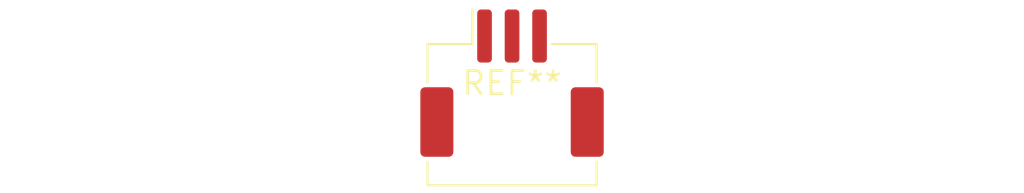
<source format=kicad_pcb>
(kicad_pcb (version 20240108) (generator pcbnew)
  (layers (0 "F.Cu" signal) (31 "B.Cu" signal) (34 "B.Paste" user) (35 "F.Paste" user) (36 "B.SilkS" user "B.Silkscreen") (37 "F.SilkS" user "F.Silkscreen") (38 "B.Mask" user) (39 "F.Mask" user) (44 "Edge.Cuts" user))
  (net 0 "")
  (footprint "JST_ZE_SM03B-ZESS-TB_1x03-1MP_P1.50mm_Horizontal" (layer "F.Cu") (at 0 0)
    (property "Reference" "REF**")
    (property "Value" "JST_ZE_SM03B-ZESS-TB_1x03-1MP_P1.50mm_Horizontal")
    (fp_line (start -4.61 -2.135) (end -2.16 -2.135) (layer "F.SilkS") (stroke (width 0.12)))
    (fp_line (start -4.61 -0.035) (end -4.61 -2.135) (layer "F.SilkS") (stroke (width 0.12)))
    (fp_line (start -4.61 4.285) (end -4.61 5.585) (layer "F.SilkS") (stroke (width 0.12)))
    (fp_line (start -4.61 5.585) (end 4.61 5.585) (layer "F.SilkS") (stroke (width 0.12)))
    (fp_line (start -2.16 -2.135) (end -2.16 -4.025) (layer "F.SilkS") (stroke (width 0.12)))
    (fp_line (start 4.61 -2.135) (end 2.16 -2.135) (layer "F.SilkS") (stroke (width 0.12)))
    (fp_line (start 4.61 -0.035) (end 4.61 -2.135) (layer "F.SilkS") (stroke (width 0.12)))
    (fp_line (start 4.61 5.585) (end 4.61 4.285) (layer "F.SilkS") (stroke (width 0.12)))
    (pad "1" smd roundrect (at -1.5 -2.575) (size 0.8 2.9) (layers "F.Cu" "F.Paste" "F.Mask"))
    (pad "2" smd roundrect (at 0 -2.575) (size 0.8 2.9) (layers "F.Cu" "F.Paste" "F.Mask"))
    (pad "3" smd roundrect (at 1.5 -2.575) (size 0.8 2.9) (layers "F.Cu" "F.Paste" "F.Mask"))
    (pad "MP" smd roundrect (at -4.1 2.125) (size 1.8 3.8) (layers "F.Cu" "F.Paste" "F.Mask") (roundrect_rratio 0.138889))
    (pad "MP" smd roundrect (at 4.1 2.125) (size 1.8 3.8) (layers "F.Cu" "F.Paste" "F.Mask") (roundrect_rratio 0.138889))
  )
)
</source>
